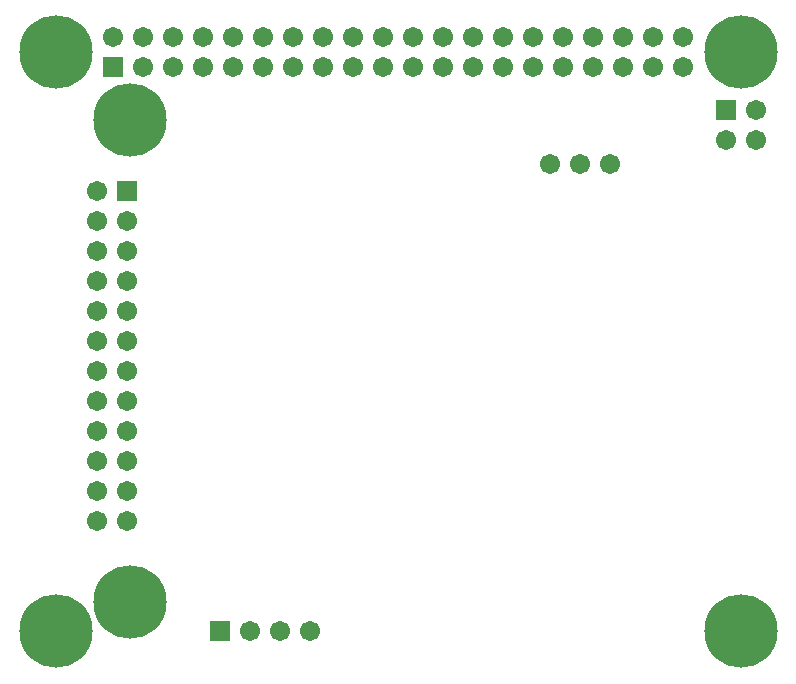
<source format=gbs>
G04*
G04 #@! TF.GenerationSoftware,Altium Limited,Altium Designer,18.1.9 (240)*
G04*
G04 Layer_Color=16711935*
%FSAX25Y25*%
%MOIN*%
G70*
G01*
G75*
%ADD23C,0.24422*%
%ADD24C,0.06706*%
%ADD25R,0.06706X0.06706*%
%ADD26C,0.06706*%
%ADD27C,0.06710*%
%ADD28R,0.06706X0.06706*%
D23*
X0189319Y0227831D02*
D03*
Y0067201D02*
D03*
X0164614Y0057358D02*
D03*
Y0250272D02*
D03*
X0392961D02*
D03*
Y0057358D02*
D03*
D24*
X0178295Y0094071D02*
D03*
X0188295D02*
D03*
X0178295Y0104071D02*
D03*
X0188295D02*
D03*
X0178295Y0114071D02*
D03*
X0188295D02*
D03*
X0178295Y0124071D02*
D03*
X0188295D02*
D03*
X0178295Y0134071D02*
D03*
X0188295D02*
D03*
X0178295Y0144071D02*
D03*
X0188295D02*
D03*
X0178295Y0154071D02*
D03*
X0188295D02*
D03*
X0178295Y0164071D02*
D03*
X0188295D02*
D03*
X0178295Y0174071D02*
D03*
X0188295D02*
D03*
X0178295Y0184071D02*
D03*
X0188295D02*
D03*
X0178295Y0194071D02*
D03*
X0188295D02*
D03*
X0178295Y0204071D02*
D03*
X0373835Y0255441D02*
D03*
Y0245441D02*
D03*
X0363835Y0255441D02*
D03*
Y0245441D02*
D03*
X0353835Y0255441D02*
D03*
Y0245441D02*
D03*
X0343835Y0255441D02*
D03*
Y0245441D02*
D03*
X0333835Y0255441D02*
D03*
Y0245441D02*
D03*
X0323835Y0255441D02*
D03*
Y0245441D02*
D03*
X0313835Y0255441D02*
D03*
Y0245441D02*
D03*
X0303835Y0255441D02*
D03*
Y0245441D02*
D03*
X0293835Y0255441D02*
D03*
Y0245441D02*
D03*
X0283835Y0255441D02*
D03*
Y0245441D02*
D03*
X0273835Y0255441D02*
D03*
Y0245441D02*
D03*
X0263835Y0255441D02*
D03*
Y0245441D02*
D03*
X0253835Y0255441D02*
D03*
Y0245441D02*
D03*
X0243835Y0255441D02*
D03*
Y0245441D02*
D03*
X0233835Y0255441D02*
D03*
Y0245441D02*
D03*
X0223835Y0255441D02*
D03*
Y0245441D02*
D03*
X0213835Y0255441D02*
D03*
Y0245441D02*
D03*
X0203835Y0255441D02*
D03*
Y0245441D02*
D03*
X0193835Y0255441D02*
D03*
Y0245441D02*
D03*
X0183835Y0255441D02*
D03*
X0249319Y0057457D02*
D03*
X0239319D02*
D03*
X0229319D02*
D03*
X0397941Y0221158D02*
D03*
X0387941D02*
D03*
X0397941Y0231157D02*
D03*
D25*
X0188295Y0204071D02*
D03*
X0387941Y0231157D02*
D03*
D26*
X0329417Y0212929D02*
D03*
D27*
X0339417Y0212968D02*
D03*
X0349417D02*
D03*
D28*
X0183835Y0245441D02*
D03*
X0219319Y0057457D02*
D03*
M02*

</source>
